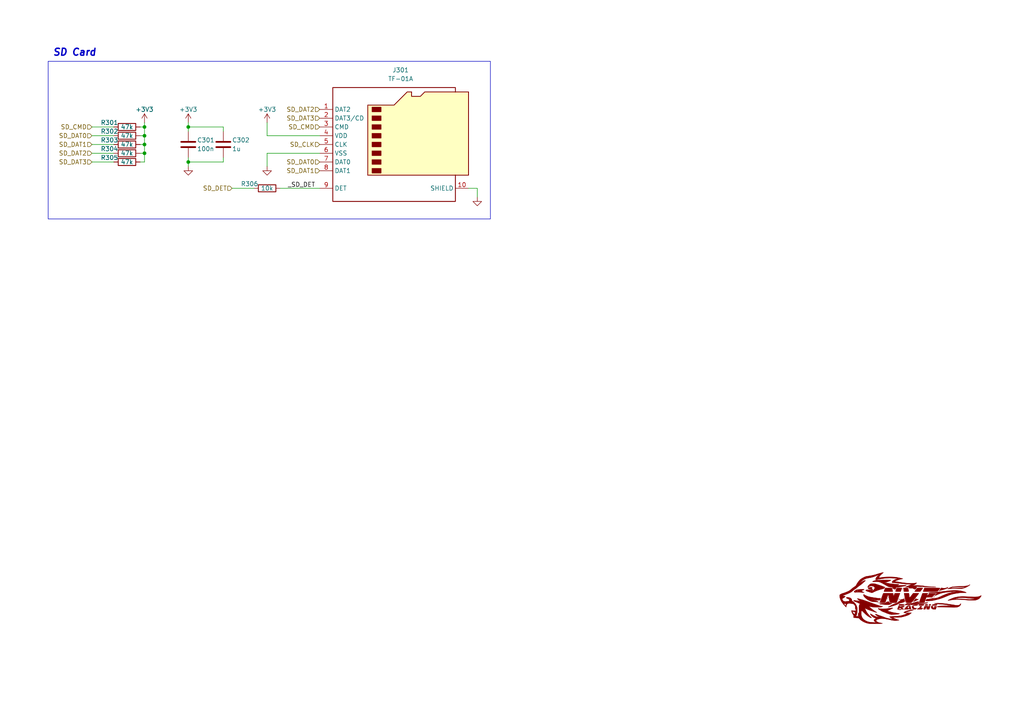
<source format=kicad_sch>
(kicad_sch (version 20231120) (generator "eeschema") (generator_version "8.0")
  (paper "A4")
  (title_block (title "Bigger Brain") (date "2024-03-05") (rev "2") (company "Scott CJX"))
  (lib_symbols
    (symbol "Connector:Micro_SD_Card_Det1"
      (property "Reference" "J" (at -16.51 17.78 0))
      (property "Value" "Micro_SD_Card_Det1" (at 16.51 17.78 0))
      (symbol "Micro_SD_Card_Det1_1_1"
        (pin bidirectional line (at -22.86 10.16 0) (length 3.81) (name "DAT2") (number "1"))
        (pin passive line (at 20.32 -12.7 180) (length 3.81) (name "SHIELD") (number "10"))
        (pin bidirectional line (at -22.86 7.62 0) (length 3.81) (name "DAT3/CD") (number "2"))
        (pin input line (at -22.86 5.08 0) (length 3.81) (name "CMD") (number "3"))
        (pin power_in line (at -22.86 2.54 0) (length 3.81) (name "VDD") (number "4"))
        (pin input line (at -22.86 0 0) (length 3.81) (name "CLK") (number "5"))
        (pin power_in line (at -22.86 -2.54 0) (length 3.81) (name "VSS") (number "6"))
        (pin bidirectional line (at -22.86 -5.08 0) (length 3.81) (name "DAT0") (number "7"))
        (pin bidirectional line (at -22.86 -7.62 0) (length 3.81) (name "DAT1") (number "8"))
        (pin passive line (at -22.86 -12.7 0) (length 3.81) (name "DET") (number "9"))
      )
    )
    (symbol "Device:C" (pin_numbers hide) (pin_names (offset 0.254))
      (property "Reference" "C" (at 0.635 2.54 0))
      (property "Value" "C" (at 0.635 -2.54 0))
      (symbol "C_1_1"
        (pin passive line (at 0 3.81 270) (length 2.794) (name "~") (number "1"))
        (pin passive line (at 0 -3.81 90) (length 2.794) (name "~") (number "2"))
      )
    )
    (symbol "Device:R" (pin_numbers hide) (pin_names (offset 0))
      (property "Reference" "R" (at 2.032 0 90))
      (property "Value" "R" (at 0 0 90))
      (symbol "R_1_1"
        (pin passive line (at 0 3.81 270) (length 1.27) (name "~") (number "1"))
        (pin passive line (at 0 -3.81 90) (length 1.27) (name "~") (number "2"))
      )
    )
    (symbol "NVF-Kicad:NVF-Logo" (pin_names (offset 1.016)))
    (symbol "power:+3V3" (power) (pin_names (offset 0))
      (property "Value" "+3V3" (at 0 3.556 0))
      (symbol "+3V3_1_1"
        (pin power_in line (at 0 0 90) (length 0) hide (name "+3V3") (number "1"))
      )
    )
    (symbol "power:GND" (power) (pin_names (offset 0))
      (property "Value" "GND" (at 0 -3.81 0))
      (symbol "GND_1_1"
        (pin power_in line (at 0 0 270) (length 0) hide (name "GND") (number "1"))
      )
    )
  )
  (junction (at 54.61 36.83))
  (junction (at 54.61 46.99))
  (junction (at 41.91 36.83))
  (junction (at 41.91 39.37))
  (junction (at 41.91 44.45))
  (junction (at 41.91 41.91))
  (wire (pts (xy 41.91 36.83) (xy 41.91 39.37)))
  (wire (pts (xy 67.31 54.61) (xy 73.66 54.61)))
  (wire (pts (xy 26.67 41.91) (xy 33.02 41.91)))
  (wire (pts (xy 54.61 46.99) (xy 54.61 48.26)))
  (wire (pts (xy 135.89 54.61) (xy 138.43 54.61)))
  (wire (pts (xy 41.91 41.91) (xy 41.91 44.45)))
  (wire (pts (xy 26.67 44.45) (xy 33.02 44.45)))
  (wire (pts (xy 54.61 45.72) (xy 54.61 46.99)))
  (wire (pts (xy 41.91 36.83) (xy 40.64 36.83)))
  (wire (pts (xy 54.61 38.1) (xy 54.61 36.83)))
  (wire (pts (xy 92.71 39.37) (xy 77.47 39.37)))
  (wire (pts (xy 26.67 36.83) (xy 33.02 36.83)))
  (wire (pts (xy 77.47 44.45) (xy 92.71 44.45)))
  (wire (pts (xy 26.67 46.99) (xy 33.02 46.99)))
  (wire (pts (xy 64.77 46.99) (xy 64.77 45.72)))
  (wire (pts (xy 41.91 35.56) (xy 41.91 36.83)))
  (wire (pts (xy 41.91 44.45) (xy 41.91 46.99)))
  (wire (pts (xy 77.47 35.56) (xy 77.47 39.37)))
  (wire (pts (xy 54.61 46.99) (xy 64.77 46.99)))
  (wire (pts (xy 54.61 35.56) (xy 54.61 36.83)))
  (wire (pts (xy 26.67 39.37) (xy 33.02 39.37)))
  (wire (pts (xy 64.77 36.83) (xy 64.77 38.1)))
  (wire (pts (xy 41.91 41.91) (xy 40.64 41.91)))
  (wire (pts (xy 138.43 54.61) (xy 138.43 57.15)))
  (wire (pts (xy 54.61 36.83) (xy 64.77 36.83)))
  (wire (pts (xy 77.47 48.26) (xy 77.47 44.45)))
  (wire (pts (xy 41.91 39.37) (xy 40.64 39.37)))
  (wire (pts (xy 41.91 44.45) (xy 40.64 44.45)))
  (wire (pts (xy 41.91 39.37) (xy 41.91 41.91)))
  (wire (pts (xy 41.91 46.99) (xy 40.64 46.99)))
  (wire (pts (xy 81.28 54.61) (xy 92.71 54.61)))
  (rectangle (start 13.97 17.78) (end 142.24 63.5))
  (text "SD Card" (at 15.24 16.51 0) (effects (font (size 2 2) (thickness 0.4) (bold yes) (italic yes)) (justify left bottom)))
  (label "_SD_DET" (at 91.44 54.61 180))
  (hierarchical_label "SD_DAT2" (shape input) (at 92.71 31.75 180))
  (hierarchical_label "SD_DAT3" (shape input) (at 92.71 34.29 180))
  (hierarchical_label "SD_DAT0" (shape input) (at 26.67 39.37 180))
  (hierarchical_label "SD_DAT1" (shape input) (at 92.71 49.53 180))
  (hierarchical_label "SD_DAT1" (shape input) (at 26.67 41.91 180))
  (hierarchical_label "SD_DET" (shape input) (at 67.31 54.61 180))
  (hierarchical_label "SD_CLK" (shape input) (at 92.71 41.91 180))
  (hierarchical_label "SD_CMD" (shape input) (at 26.67 36.83 180))
  (hierarchical_label "SD_DAT3" (shape input) (at 26.67 46.99 180))
  (hierarchical_label "SD_DAT2" (shape input) (at 26.67 44.45 180))
  (hierarchical_label "SD_CMD" (shape input) (at 92.71 36.83 180))
  (hierarchical_label "SD_DAT0" (shape input) (at 92.71 46.99 180))
  (symbol (lib_id "NVF-Kicad:NVF-Logo") (at 264.16 177.8 0) (unit 1)
    (property "Reference" "#G301" (effects (hide yes)))
    (property "Value" "LOGO" (effects (hide yes)))
  )
  (symbol (lib_id "Device:R") (at 36.83 39.37 90) (unit 1)
    (property "Reference" "R302" (at 31.75 38.1 90))
    (property "Value" "47k" (at 36.83 39.37 90))
    (property "Footprint" "Resistor_SMD:R_0603_1608Metric" (effects (hide yes)))
    (property "LCSC" "C25819" (effects (hide yes)))
    (property "Element14" "-" (effects (hide yes)))
  )
  (symbol (lib_id "Device:C") (at 64.77 41.91 0) (unit 1)
    (property "Reference" "C302" (at 67.31 40.64 0) (effects (justify left)))
    (property "Value" "1u" (at 67.31 43.18 0) (effects (justify left)))
    (property "Footprint" "Capacitor_SMD:C_0805_2012Metric" (effects (hide yes)))
    (property "LCSC" "C28323" (effects (hide yes)))
    (property "Element14" "-" (effects (hide yes)))
  )
  (symbol (lib_id "power:+3V3") (at 54.61 35.56 0) (unit 1)
    (property "Reference" "#PWR0302" (effects (hide yes)))
    (property "Value" "+3V3" (at 54.61 31.75 0))
  )
  (symbol (lib_id "Device:R") (at 77.47 54.61 90) (unit 1)
    (property "Reference" "R306" (at 72.39 53.34 90))
    (property "Value" "10k" (at 77.47 54.61 90))
    (property "Footprint" "Resistor_SMD:R_0603_1608Metric" (effects (hide yes)))
    (property "LCSC" "C25804" (effects (hide yes)))
    (property "Element14" "-" (effects (hide yes)))
  )
  (symbol (lib_id "power:GND") (at 54.61 48.26 0) (unit 1)
    (property "Reference" "#PWR0304" (effects (hide yes)))
    (property "Value" "GND" (effects (hide yes)))
  )
  (symbol (lib_id "Device:R") (at 36.83 44.45 90) (unit 1)
    (property "Reference" "R304" (at 31.75 43.18 90))
    (property "Value" "47k" (at 36.83 44.45 90))
    (property "Footprint" "Resistor_SMD:R_0603_1608Metric" (effects (hide yes)))
    (property "LCSC" "C25819" (effects (hide yes)))
    (property "Element14" "-" (effects (hide yes)))
  )
  (symbol (lib_id "power:GND") (at 138.43 57.15 0) (unit 1)
    (property "Reference" "#PWR0306" (effects (hide yes)))
    (property "Value" "GND" (effects (hide yes)))
  )
  (symbol (lib_id "Device:R") (at 36.83 41.91 90) (unit 1)
    (property "Reference" "R303" (at 31.75 40.64 90))
    (property "Value" "47k" (at 36.83 41.91 90))
    (property "Footprint" "Resistor_SMD:R_0603_1608Metric" (effects (hide yes)))
    (property "LCSC" "C25819" (effects (hide yes)))
    (property "Element14" "-" (effects (hide yes)))
  )
  (symbol (lib_id "Device:R") (at 36.83 36.83 90) (unit 1)
    (property "Reference" "R301" (at 31.75 35.56 90))
    (property "Value" "47k" (at 36.83 36.83 90))
    (property "Footprint" "Resistor_SMD:R_0603_1608Metric" (effects (hide yes)))
    (property "LCSC" "C25819" (effects (hide yes)))
    (property "Element14" "-" (effects (hide yes)))
  )
  (symbol (lib_id "power:+3V3") (at 77.47 35.56 0) (unit 1)
    (property "Reference" "#PWR0303" (effects (hide yes)))
    (property "Value" "+3V3" (at 77.47 31.75 0))
  )
  (symbol (lib_id "power:GND") (at 77.47 48.26 0) (unit 1)
    (property "Reference" "#PWR0305" (effects (hide yes)))
    (property "Value" "GND" (effects (hide yes)))
  )
  (symbol (lib_id "Device:R") (at 36.83 46.99 90) (unit 1)
    (property "Reference" "R305" (at 31.75 45.72 90))
    (property "Value" "47k" (at 36.83 46.99 90))
    (property "Footprint" "Resistor_SMD:R_0603_1608Metric" (effects (hide yes)))
    (property "LCSC" "C25819" (effects (hide yes)))
    (property "Element14" "-" (effects (hide yes)))
  )
  (symbol (lib_id "Connector:Micro_SD_Card_Det1") (at 115.57 41.91 0) (unit 1)
    (property "Reference" "J301" (at 116.205 20.32 0))
    (property "Value" "TF-01A" (at 116.205 22.86 0))
    (property "Footprint" "NVF-Kicad:TFCard_TF-01A" (effects (hide yes)))
    (property "Datasheet" "https://datasheet.lcsc.com/lcsc/2110151630_XKB-Connectivity-XKTF-015-N_C381082.pdf" (effects (hide yes)))
    (property "LCSC" "C91145" (effects (hide yes)))
    (property "Element14" "-" (effects (hide yes)))
  )
  (symbol (lib_id "Device:C") (at 54.61 41.91 0) (unit 1)
    (property "Reference" "C301" (at 57.15 40.64 0) (effects (justify left)))
    (property "Value" "100n" (at 57.15 43.18 0) (effects (justify left)))
    (property "Footprint" "Capacitor_SMD:C_0603_1608Metric" (effects (hide yes)))
    (property "LCSC" "C14663" (effects (hide yes)))
    (property "Element14" "-" (effects (hide yes)))
  )
  (symbol (lib_id "power:+3V3") (at 41.91 35.56 0) (unit 1)
    (property "Reference" "#PWR0301" (effects (hide yes)))
    (property "Value" "+3V3" (at 41.91 31.75 0))
  )
)
</source>
